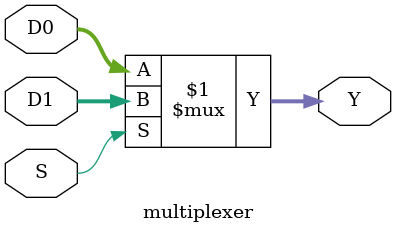
<source format=v>
module multiplexer(
	input [3:0] D0,
	input [3:0] D1,
	input S,
	output [3:0] Y
	);
	
	
assign Y = S ? D1 : D0;
	
endmodule
</source>
